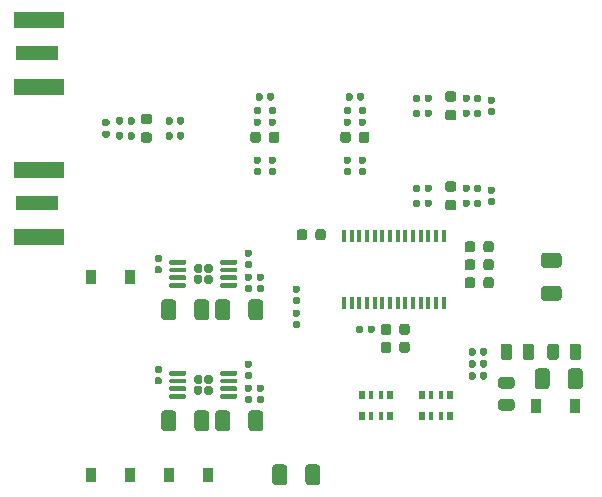
<source format=gbr>
G04 #@! TF.GenerationSoftware,KiCad,Pcbnew,(5.1.6)-1*
G04 #@! TF.CreationDate,2021-01-30T12:40:14+08:00*
G04 #@! TF.ProjectId,Module_ADS1263,4d6f6475-6c65-45f4-9144-53313236332e,rev?*
G04 #@! TF.SameCoordinates,Original*
G04 #@! TF.FileFunction,Paste,Top*
G04 #@! TF.FilePolarity,Positive*
%FSLAX46Y46*%
G04 Gerber Fmt 4.6, Leading zero omitted, Abs format (unit mm)*
G04 Created by KiCad (PCBNEW (5.1.6)-1) date 2021-01-30 12:40:14*
%MOMM*%
%LPD*%
G01*
G04 APERTURE LIST*
%ADD10R,0.900000X1.200000*%
%ADD11R,3.600000X1.270000*%
%ADD12R,4.200000X1.350000*%
%ADD13R,0.500000X0.800000*%
%ADD14R,0.400000X0.800000*%
%ADD15R,0.400000X1.100000*%
G04 APERTURE END LIST*
G36*
G01*
X146695000Y-111773000D02*
X147945000Y-111773000D01*
G75*
G02*
X148195000Y-112023000I0J-250000D01*
G01*
X148195000Y-112773000D01*
G75*
G02*
X147945000Y-113023000I-250000J0D01*
G01*
X146695000Y-113023000D01*
G75*
G02*
X146445000Y-112773000I0J250000D01*
G01*
X146445000Y-112023000D01*
G75*
G02*
X146695000Y-111773000I250000J0D01*
G01*
G37*
G36*
G01*
X146695000Y-108973000D02*
X147945000Y-108973000D01*
G75*
G02*
X148195000Y-109223000I0J-250000D01*
G01*
X148195000Y-109973000D01*
G75*
G02*
X147945000Y-110223000I-250000J0D01*
G01*
X146695000Y-110223000D01*
G75*
G02*
X146445000Y-109973000I0J250000D01*
G01*
X146445000Y-109223000D01*
G75*
G02*
X146695000Y-108973000I250000J0D01*
G01*
G37*
G36*
G01*
X126505000Y-128387000D02*
X126505000Y-127137000D01*
G75*
G02*
X126755000Y-126887000I250000J0D01*
G01*
X127505000Y-126887000D01*
G75*
G02*
X127755000Y-127137000I0J-250000D01*
G01*
X127755000Y-128387000D01*
G75*
G02*
X127505000Y-128637000I-250000J0D01*
G01*
X126755000Y-128637000D01*
G75*
G02*
X126505000Y-128387000I0J250000D01*
G01*
G37*
G36*
G01*
X123705000Y-128387000D02*
X123705000Y-127137000D01*
G75*
G02*
X123955000Y-126887000I250000J0D01*
G01*
X124705000Y-126887000D01*
G75*
G02*
X124955000Y-127137000I0J-250000D01*
G01*
X124955000Y-128387000D01*
G75*
G02*
X124705000Y-128637000I-250000J0D01*
G01*
X123955000Y-128637000D01*
G75*
G02*
X123705000Y-128387000I0J250000D01*
G01*
G37*
G36*
G01*
X141287000Y-117520500D02*
X141287000Y-117175500D01*
G75*
G02*
X141434500Y-117028000I147500J0D01*
G01*
X141729500Y-117028000D01*
G75*
G02*
X141877000Y-117175500I0J-147500D01*
G01*
X141877000Y-117520500D01*
G75*
G02*
X141729500Y-117668000I-147500J0D01*
G01*
X141434500Y-117668000D01*
G75*
G02*
X141287000Y-117520500I0J147500D01*
G01*
G37*
G36*
G01*
X140317000Y-117520500D02*
X140317000Y-117175500D01*
G75*
G02*
X140464500Y-117028000I147500J0D01*
G01*
X140759500Y-117028000D01*
G75*
G02*
X140907000Y-117175500I0J-147500D01*
G01*
X140907000Y-117520500D01*
G75*
G02*
X140759500Y-117668000I-147500J0D01*
G01*
X140464500Y-117668000D01*
G75*
G02*
X140317000Y-117520500I0J147500D01*
G01*
G37*
G36*
G01*
X141287000Y-118536500D02*
X141287000Y-118191500D01*
G75*
G02*
X141434500Y-118044000I147500J0D01*
G01*
X141729500Y-118044000D01*
G75*
G02*
X141877000Y-118191500I0J-147500D01*
G01*
X141877000Y-118536500D01*
G75*
G02*
X141729500Y-118684000I-147500J0D01*
G01*
X141434500Y-118684000D01*
G75*
G02*
X141287000Y-118536500I0J147500D01*
G01*
G37*
G36*
G01*
X140317000Y-118536500D02*
X140317000Y-118191500D01*
G75*
G02*
X140464500Y-118044000I147500J0D01*
G01*
X140759500Y-118044000D01*
G75*
G02*
X140907000Y-118191500I0J-147500D01*
G01*
X140907000Y-118536500D01*
G75*
G02*
X140759500Y-118684000I-147500J0D01*
G01*
X140464500Y-118684000D01*
G75*
G02*
X140317000Y-118536500I0J147500D01*
G01*
G37*
G36*
G01*
X141287000Y-119552500D02*
X141287000Y-119207500D01*
G75*
G02*
X141434500Y-119060000I147500J0D01*
G01*
X141729500Y-119060000D01*
G75*
G02*
X141877000Y-119207500I0J-147500D01*
G01*
X141877000Y-119552500D01*
G75*
G02*
X141729500Y-119700000I-147500J0D01*
G01*
X141434500Y-119700000D01*
G75*
G02*
X141287000Y-119552500I0J147500D01*
G01*
G37*
G36*
G01*
X140317000Y-119552500D02*
X140317000Y-119207500D01*
G75*
G02*
X140464500Y-119060000I147500J0D01*
G01*
X140759500Y-119060000D01*
G75*
G02*
X140907000Y-119207500I0J-147500D01*
G01*
X140907000Y-119552500D01*
G75*
G02*
X140759500Y-119700000I-147500J0D01*
G01*
X140464500Y-119700000D01*
G75*
G02*
X140317000Y-119552500I0J147500D01*
G01*
G37*
G36*
G01*
X141574000Y-110238250D02*
X141574000Y-109725750D01*
G75*
G02*
X141792750Y-109507000I218750J0D01*
G01*
X142230250Y-109507000D01*
G75*
G02*
X142449000Y-109725750I0J-218750D01*
G01*
X142449000Y-110238250D01*
G75*
G02*
X142230250Y-110457000I-218750J0D01*
G01*
X141792750Y-110457000D01*
G75*
G02*
X141574000Y-110238250I0J218750D01*
G01*
G37*
G36*
G01*
X139999000Y-110238250D02*
X139999000Y-109725750D01*
G75*
G02*
X140217750Y-109507000I218750J0D01*
G01*
X140655250Y-109507000D01*
G75*
G02*
X140874000Y-109725750I0J-218750D01*
G01*
X140874000Y-110238250D01*
G75*
G02*
X140655250Y-110457000I-218750J0D01*
G01*
X140217750Y-110457000D01*
G75*
G02*
X139999000Y-110238250I0J218750D01*
G01*
G37*
G36*
G01*
X134462000Y-115699250D02*
X134462000Y-115186750D01*
G75*
G02*
X134680750Y-114968000I218750J0D01*
G01*
X135118250Y-114968000D01*
G75*
G02*
X135337000Y-115186750I0J-218750D01*
G01*
X135337000Y-115699250D01*
G75*
G02*
X135118250Y-115918000I-218750J0D01*
G01*
X134680750Y-115918000D01*
G75*
G02*
X134462000Y-115699250I0J218750D01*
G01*
G37*
G36*
G01*
X132887000Y-115699250D02*
X132887000Y-115186750D01*
G75*
G02*
X133105750Y-114968000I218750J0D01*
G01*
X133543250Y-114968000D01*
G75*
G02*
X133762000Y-115186750I0J-218750D01*
G01*
X133762000Y-115699250D01*
G75*
G02*
X133543250Y-115918000I-218750J0D01*
G01*
X133105750Y-115918000D01*
G75*
G02*
X132887000Y-115699250I0J218750D01*
G01*
G37*
G36*
G01*
X143966250Y-120454000D02*
X143053750Y-120454000D01*
G75*
G02*
X142810000Y-120210250I0J243750D01*
G01*
X142810000Y-119722750D01*
G75*
G02*
X143053750Y-119479000I243750J0D01*
G01*
X143966250Y-119479000D01*
G75*
G02*
X144210000Y-119722750I0J-243750D01*
G01*
X144210000Y-120210250D01*
G75*
G02*
X143966250Y-120454000I-243750J0D01*
G01*
G37*
G36*
G01*
X143966250Y-122329000D02*
X143053750Y-122329000D01*
G75*
G02*
X142810000Y-122085250I0J243750D01*
G01*
X142810000Y-121597750D01*
G75*
G02*
X143053750Y-121354000I243750J0D01*
G01*
X143966250Y-121354000D01*
G75*
G02*
X144210000Y-121597750I0J-243750D01*
G01*
X144210000Y-122085250D01*
G75*
G02*
X143966250Y-122329000I-243750J0D01*
G01*
G37*
D10*
X149352000Y-121920000D03*
X146052000Y-121920000D03*
X118236000Y-127762000D03*
X114936000Y-127762000D03*
G36*
G01*
X148727000Y-120259000D02*
X148727000Y-119009000D01*
G75*
G02*
X148977000Y-118759000I250000J0D01*
G01*
X149727000Y-118759000D01*
G75*
G02*
X149977000Y-119009000I0J-250000D01*
G01*
X149977000Y-120259000D01*
G75*
G02*
X149727000Y-120509000I-250000J0D01*
G01*
X148977000Y-120509000D01*
G75*
G02*
X148727000Y-120259000I0J250000D01*
G01*
G37*
G36*
G01*
X145927000Y-120259000D02*
X145927000Y-119009000D01*
G75*
G02*
X146177000Y-118759000I250000J0D01*
G01*
X146927000Y-118759000D01*
G75*
G02*
X147177000Y-119009000I0J-250000D01*
G01*
X147177000Y-120259000D01*
G75*
G02*
X146927000Y-120509000I-250000J0D01*
G01*
X146177000Y-120509000D01*
G75*
G02*
X145927000Y-120259000I0J250000D01*
G01*
G37*
D11*
X103759000Y-104775000D03*
D12*
X103959000Y-107600000D03*
X103959000Y-101950000D03*
D11*
X103759000Y-92075000D03*
D12*
X103959000Y-94900000D03*
X103959000Y-89250000D03*
D10*
X111632000Y-127762000D03*
X108332000Y-127762000D03*
X108332000Y-110998000D03*
X111632000Y-110998000D03*
G36*
G01*
X144897500Y-117804250D02*
X144897500Y-116891750D01*
G75*
G02*
X145141250Y-116648000I243750J0D01*
G01*
X145628750Y-116648000D01*
G75*
G02*
X145872500Y-116891750I0J-243750D01*
G01*
X145872500Y-117804250D01*
G75*
G02*
X145628750Y-118048000I-243750J0D01*
G01*
X145141250Y-118048000D01*
G75*
G02*
X144897500Y-117804250I0J243750D01*
G01*
G37*
G36*
G01*
X143022500Y-117804250D02*
X143022500Y-116891750D01*
G75*
G02*
X143266250Y-116648000I243750J0D01*
G01*
X143753750Y-116648000D01*
G75*
G02*
X143997500Y-116891750I0J-243750D01*
G01*
X143997500Y-117804250D01*
G75*
G02*
X143753750Y-118048000I-243750J0D01*
G01*
X143266250Y-118048000D01*
G75*
G02*
X143022500Y-117804250I0J243750D01*
G01*
G37*
G36*
G01*
X147964500Y-116891750D02*
X147964500Y-117804250D01*
G75*
G02*
X147720750Y-118048000I-243750J0D01*
G01*
X147233250Y-118048000D01*
G75*
G02*
X146989500Y-117804250I0J243750D01*
G01*
X146989500Y-116891750D01*
G75*
G02*
X147233250Y-116648000I243750J0D01*
G01*
X147720750Y-116648000D01*
G75*
G02*
X147964500Y-116891750I0J-243750D01*
G01*
G37*
G36*
G01*
X149839500Y-116891750D02*
X149839500Y-117804250D01*
G75*
G02*
X149595750Y-118048000I-243750J0D01*
G01*
X149108250Y-118048000D01*
G75*
G02*
X148864500Y-117804250I0J243750D01*
G01*
X148864500Y-116891750D01*
G75*
G02*
X149108250Y-116648000I243750J0D01*
G01*
X149595750Y-116648000D01*
G75*
G02*
X149839500Y-116891750I0J-243750D01*
G01*
G37*
D13*
X138760000Y-121009000D03*
D14*
X137960000Y-121009000D03*
D13*
X136360000Y-121009000D03*
D14*
X137160000Y-121009000D03*
D13*
X138760000Y-122809000D03*
D14*
X137160000Y-122809000D03*
X137960000Y-122809000D03*
D13*
X136360000Y-122809000D03*
X133680000Y-121009000D03*
D14*
X132880000Y-121009000D03*
D13*
X131280000Y-121009000D03*
D14*
X132080000Y-121009000D03*
D13*
X133680000Y-122809000D03*
D14*
X132080000Y-122809000D03*
X132880000Y-122809000D03*
D13*
X131280000Y-122809000D03*
G36*
G01*
X116406000Y-111619000D02*
X116406000Y-111819000D01*
G75*
G02*
X116306000Y-111919000I-100000J0D01*
G01*
X115081000Y-111919000D01*
G75*
G02*
X114981000Y-111819000I0J100000D01*
G01*
X114981000Y-111619000D01*
G75*
G02*
X115081000Y-111519000I100000J0D01*
G01*
X116306000Y-111519000D01*
G75*
G02*
X116406000Y-111619000I0J-100000D01*
G01*
G37*
G36*
G01*
X116406000Y-110969000D02*
X116406000Y-111169000D01*
G75*
G02*
X116306000Y-111269000I-100000J0D01*
G01*
X115081000Y-111269000D01*
G75*
G02*
X114981000Y-111169000I0J100000D01*
G01*
X114981000Y-110969000D01*
G75*
G02*
X115081000Y-110869000I100000J0D01*
G01*
X116306000Y-110869000D01*
G75*
G02*
X116406000Y-110969000I0J-100000D01*
G01*
G37*
G36*
G01*
X116406000Y-110319000D02*
X116406000Y-110519000D01*
G75*
G02*
X116306000Y-110619000I-100000J0D01*
G01*
X115081000Y-110619000D01*
G75*
G02*
X114981000Y-110519000I0J100000D01*
G01*
X114981000Y-110319000D01*
G75*
G02*
X115081000Y-110219000I100000J0D01*
G01*
X116306000Y-110219000D01*
G75*
G02*
X116406000Y-110319000I0J-100000D01*
G01*
G37*
G36*
G01*
X116406000Y-109669000D02*
X116406000Y-109869000D01*
G75*
G02*
X116306000Y-109969000I-100000J0D01*
G01*
X115081000Y-109969000D01*
G75*
G02*
X114981000Y-109869000I0J100000D01*
G01*
X114981000Y-109669000D01*
G75*
G02*
X115081000Y-109569000I100000J0D01*
G01*
X116306000Y-109569000D01*
G75*
G02*
X116406000Y-109669000I0J-100000D01*
G01*
G37*
G36*
G01*
X120731000Y-109669000D02*
X120731000Y-109869000D01*
G75*
G02*
X120631000Y-109969000I-100000J0D01*
G01*
X119406000Y-109969000D01*
G75*
G02*
X119306000Y-109869000I0J100000D01*
G01*
X119306000Y-109669000D01*
G75*
G02*
X119406000Y-109569000I100000J0D01*
G01*
X120631000Y-109569000D01*
G75*
G02*
X120731000Y-109669000I0J-100000D01*
G01*
G37*
G36*
G01*
X120731000Y-110319000D02*
X120731000Y-110519000D01*
G75*
G02*
X120631000Y-110619000I-100000J0D01*
G01*
X119406000Y-110619000D01*
G75*
G02*
X119306000Y-110519000I0J100000D01*
G01*
X119306000Y-110319000D01*
G75*
G02*
X119406000Y-110219000I100000J0D01*
G01*
X120631000Y-110219000D01*
G75*
G02*
X120731000Y-110319000I0J-100000D01*
G01*
G37*
G36*
G01*
X120731000Y-110969000D02*
X120731000Y-111169000D01*
G75*
G02*
X120631000Y-111269000I-100000J0D01*
G01*
X119406000Y-111269000D01*
G75*
G02*
X119306000Y-111169000I0J100000D01*
G01*
X119306000Y-110969000D01*
G75*
G02*
X119406000Y-110869000I100000J0D01*
G01*
X120631000Y-110869000D01*
G75*
G02*
X120731000Y-110969000I0J-100000D01*
G01*
G37*
G36*
G01*
X120731000Y-111619000D02*
X120731000Y-111819000D01*
G75*
G02*
X120631000Y-111919000I-100000J0D01*
G01*
X119406000Y-111919000D01*
G75*
G02*
X119306000Y-111819000I0J100000D01*
G01*
X119306000Y-111619000D01*
G75*
G02*
X119406000Y-111519000I100000J0D01*
G01*
X120631000Y-111519000D01*
G75*
G02*
X120731000Y-111619000I0J-100000D01*
G01*
G37*
G36*
G01*
X117776000Y-110084000D02*
X117776000Y-110484000D01*
G75*
G02*
X117601000Y-110659000I-175000J0D01*
G01*
X117251000Y-110659000D01*
G75*
G02*
X117076000Y-110484000I0J175000D01*
G01*
X117076000Y-110084000D01*
G75*
G02*
X117251000Y-109909000I175000J0D01*
G01*
X117601000Y-109909000D01*
G75*
G02*
X117776000Y-110084000I0J-175000D01*
G01*
G37*
G36*
G01*
X117776000Y-111004000D02*
X117776000Y-111404000D01*
G75*
G02*
X117601000Y-111579000I-175000J0D01*
G01*
X117251000Y-111579000D01*
G75*
G02*
X117076000Y-111404000I0J175000D01*
G01*
X117076000Y-111004000D01*
G75*
G02*
X117251000Y-110829000I175000J0D01*
G01*
X117601000Y-110829000D01*
G75*
G02*
X117776000Y-111004000I0J-175000D01*
G01*
G37*
G36*
G01*
X118636000Y-110084000D02*
X118636000Y-110484000D01*
G75*
G02*
X118461000Y-110659000I-175000J0D01*
G01*
X118111000Y-110659000D01*
G75*
G02*
X117936000Y-110484000I0J175000D01*
G01*
X117936000Y-110084000D01*
G75*
G02*
X118111000Y-109909000I175000J0D01*
G01*
X118461000Y-109909000D01*
G75*
G02*
X118636000Y-110084000I0J-175000D01*
G01*
G37*
G36*
G01*
X118636000Y-111004000D02*
X118636000Y-111404000D01*
G75*
G02*
X118461000Y-111579000I-175000J0D01*
G01*
X118111000Y-111579000D01*
G75*
G02*
X117936000Y-111404000I0J175000D01*
G01*
X117936000Y-111004000D01*
G75*
G02*
X118111000Y-110829000I175000J0D01*
G01*
X118461000Y-110829000D01*
G75*
G02*
X118636000Y-111004000I0J-175000D01*
G01*
G37*
G36*
G01*
X116406000Y-121017000D02*
X116406000Y-121217000D01*
G75*
G02*
X116306000Y-121317000I-100000J0D01*
G01*
X115081000Y-121317000D01*
G75*
G02*
X114981000Y-121217000I0J100000D01*
G01*
X114981000Y-121017000D01*
G75*
G02*
X115081000Y-120917000I100000J0D01*
G01*
X116306000Y-120917000D01*
G75*
G02*
X116406000Y-121017000I0J-100000D01*
G01*
G37*
G36*
G01*
X116406000Y-120367000D02*
X116406000Y-120567000D01*
G75*
G02*
X116306000Y-120667000I-100000J0D01*
G01*
X115081000Y-120667000D01*
G75*
G02*
X114981000Y-120567000I0J100000D01*
G01*
X114981000Y-120367000D01*
G75*
G02*
X115081000Y-120267000I100000J0D01*
G01*
X116306000Y-120267000D01*
G75*
G02*
X116406000Y-120367000I0J-100000D01*
G01*
G37*
G36*
G01*
X116406000Y-119717000D02*
X116406000Y-119917000D01*
G75*
G02*
X116306000Y-120017000I-100000J0D01*
G01*
X115081000Y-120017000D01*
G75*
G02*
X114981000Y-119917000I0J100000D01*
G01*
X114981000Y-119717000D01*
G75*
G02*
X115081000Y-119617000I100000J0D01*
G01*
X116306000Y-119617000D01*
G75*
G02*
X116406000Y-119717000I0J-100000D01*
G01*
G37*
G36*
G01*
X116406000Y-119067000D02*
X116406000Y-119267000D01*
G75*
G02*
X116306000Y-119367000I-100000J0D01*
G01*
X115081000Y-119367000D01*
G75*
G02*
X114981000Y-119267000I0J100000D01*
G01*
X114981000Y-119067000D01*
G75*
G02*
X115081000Y-118967000I100000J0D01*
G01*
X116306000Y-118967000D01*
G75*
G02*
X116406000Y-119067000I0J-100000D01*
G01*
G37*
G36*
G01*
X120731000Y-119067000D02*
X120731000Y-119267000D01*
G75*
G02*
X120631000Y-119367000I-100000J0D01*
G01*
X119406000Y-119367000D01*
G75*
G02*
X119306000Y-119267000I0J100000D01*
G01*
X119306000Y-119067000D01*
G75*
G02*
X119406000Y-118967000I100000J0D01*
G01*
X120631000Y-118967000D01*
G75*
G02*
X120731000Y-119067000I0J-100000D01*
G01*
G37*
G36*
G01*
X120731000Y-119717000D02*
X120731000Y-119917000D01*
G75*
G02*
X120631000Y-120017000I-100000J0D01*
G01*
X119406000Y-120017000D01*
G75*
G02*
X119306000Y-119917000I0J100000D01*
G01*
X119306000Y-119717000D01*
G75*
G02*
X119406000Y-119617000I100000J0D01*
G01*
X120631000Y-119617000D01*
G75*
G02*
X120731000Y-119717000I0J-100000D01*
G01*
G37*
G36*
G01*
X120731000Y-120367000D02*
X120731000Y-120567000D01*
G75*
G02*
X120631000Y-120667000I-100000J0D01*
G01*
X119406000Y-120667000D01*
G75*
G02*
X119306000Y-120567000I0J100000D01*
G01*
X119306000Y-120367000D01*
G75*
G02*
X119406000Y-120267000I100000J0D01*
G01*
X120631000Y-120267000D01*
G75*
G02*
X120731000Y-120367000I0J-100000D01*
G01*
G37*
G36*
G01*
X120731000Y-121017000D02*
X120731000Y-121217000D01*
G75*
G02*
X120631000Y-121317000I-100000J0D01*
G01*
X119406000Y-121317000D01*
G75*
G02*
X119306000Y-121217000I0J100000D01*
G01*
X119306000Y-121017000D01*
G75*
G02*
X119406000Y-120917000I100000J0D01*
G01*
X120631000Y-120917000D01*
G75*
G02*
X120731000Y-121017000I0J-100000D01*
G01*
G37*
G36*
G01*
X117776000Y-119482000D02*
X117776000Y-119882000D01*
G75*
G02*
X117601000Y-120057000I-175000J0D01*
G01*
X117251000Y-120057000D01*
G75*
G02*
X117076000Y-119882000I0J175000D01*
G01*
X117076000Y-119482000D01*
G75*
G02*
X117251000Y-119307000I175000J0D01*
G01*
X117601000Y-119307000D01*
G75*
G02*
X117776000Y-119482000I0J-175000D01*
G01*
G37*
G36*
G01*
X117776000Y-120402000D02*
X117776000Y-120802000D01*
G75*
G02*
X117601000Y-120977000I-175000J0D01*
G01*
X117251000Y-120977000D01*
G75*
G02*
X117076000Y-120802000I0J175000D01*
G01*
X117076000Y-120402000D01*
G75*
G02*
X117251000Y-120227000I175000J0D01*
G01*
X117601000Y-120227000D01*
G75*
G02*
X117776000Y-120402000I0J-175000D01*
G01*
G37*
G36*
G01*
X118636000Y-119482000D02*
X118636000Y-119882000D01*
G75*
G02*
X118461000Y-120057000I-175000J0D01*
G01*
X118111000Y-120057000D01*
G75*
G02*
X117936000Y-119882000I0J175000D01*
G01*
X117936000Y-119482000D01*
G75*
G02*
X118111000Y-119307000I175000J0D01*
G01*
X118461000Y-119307000D01*
G75*
G02*
X118636000Y-119482000I0J-175000D01*
G01*
G37*
G36*
G01*
X118636000Y-120402000D02*
X118636000Y-120802000D01*
G75*
G02*
X118461000Y-120977000I-175000J0D01*
G01*
X118111000Y-120977000D01*
G75*
G02*
X117936000Y-120802000I0J175000D01*
G01*
X117936000Y-120402000D01*
G75*
G02*
X118111000Y-120227000I175000J0D01*
G01*
X118461000Y-120227000D01*
G75*
G02*
X118636000Y-120402000I0J-175000D01*
G01*
G37*
D15*
X129760000Y-107513000D03*
X130410000Y-107513000D03*
X131060000Y-107513000D03*
X131710000Y-107513000D03*
X132360000Y-107513000D03*
X133010000Y-107513000D03*
X133660000Y-107513000D03*
X134310000Y-107513000D03*
X134960000Y-107513000D03*
X135610000Y-107513000D03*
X136260000Y-107513000D03*
X136910000Y-107513000D03*
X137560000Y-107513000D03*
X138210000Y-107513000D03*
X138210000Y-113213000D03*
X137560000Y-113213000D03*
X136910000Y-113213000D03*
X136260000Y-113213000D03*
X135610000Y-113213000D03*
X134960000Y-113213000D03*
X134310000Y-113213000D03*
X133660000Y-113213000D03*
X133010000Y-113213000D03*
X132360000Y-113213000D03*
X131710000Y-113213000D03*
X131060000Y-113213000D03*
X130410000Y-113213000D03*
X129760000Y-113213000D03*
G36*
G01*
X121493500Y-109664000D02*
X121838500Y-109664000D01*
G75*
G02*
X121986000Y-109811500I0J-147500D01*
G01*
X121986000Y-110106500D01*
G75*
G02*
X121838500Y-110254000I-147500J0D01*
G01*
X121493500Y-110254000D01*
G75*
G02*
X121346000Y-110106500I0J147500D01*
G01*
X121346000Y-109811500D01*
G75*
G02*
X121493500Y-109664000I147500J0D01*
G01*
G37*
G36*
G01*
X121493500Y-108694000D02*
X121838500Y-108694000D01*
G75*
G02*
X121986000Y-108841500I0J-147500D01*
G01*
X121986000Y-109136500D01*
G75*
G02*
X121838500Y-109284000I-147500J0D01*
G01*
X121493500Y-109284000D01*
G75*
G02*
X121346000Y-109136500I0J147500D01*
G01*
X121346000Y-108841500D01*
G75*
G02*
X121493500Y-108694000I147500J0D01*
G01*
G37*
G36*
G01*
X121493500Y-111696000D02*
X121838500Y-111696000D01*
G75*
G02*
X121986000Y-111843500I0J-147500D01*
G01*
X121986000Y-112138500D01*
G75*
G02*
X121838500Y-112286000I-147500J0D01*
G01*
X121493500Y-112286000D01*
G75*
G02*
X121346000Y-112138500I0J147500D01*
G01*
X121346000Y-111843500D01*
G75*
G02*
X121493500Y-111696000I147500J0D01*
G01*
G37*
G36*
G01*
X121493500Y-110726000D02*
X121838500Y-110726000D01*
G75*
G02*
X121986000Y-110873500I0J-147500D01*
G01*
X121986000Y-111168500D01*
G75*
G02*
X121838500Y-111316000I-147500J0D01*
G01*
X121493500Y-111316000D01*
G75*
G02*
X121346000Y-111168500I0J147500D01*
G01*
X121346000Y-110873500D01*
G75*
G02*
X121493500Y-110726000I147500J0D01*
G01*
G37*
G36*
G01*
X121493500Y-119062000D02*
X121838500Y-119062000D01*
G75*
G02*
X121986000Y-119209500I0J-147500D01*
G01*
X121986000Y-119504500D01*
G75*
G02*
X121838500Y-119652000I-147500J0D01*
G01*
X121493500Y-119652000D01*
G75*
G02*
X121346000Y-119504500I0J147500D01*
G01*
X121346000Y-119209500D01*
G75*
G02*
X121493500Y-119062000I147500J0D01*
G01*
G37*
G36*
G01*
X121493500Y-118092000D02*
X121838500Y-118092000D01*
G75*
G02*
X121986000Y-118239500I0J-147500D01*
G01*
X121986000Y-118534500D01*
G75*
G02*
X121838500Y-118682000I-147500J0D01*
G01*
X121493500Y-118682000D01*
G75*
G02*
X121346000Y-118534500I0J147500D01*
G01*
X121346000Y-118239500D01*
G75*
G02*
X121493500Y-118092000I147500J0D01*
G01*
G37*
G36*
G01*
X121493500Y-121094000D02*
X121838500Y-121094000D01*
G75*
G02*
X121986000Y-121241500I0J-147500D01*
G01*
X121986000Y-121536500D01*
G75*
G02*
X121838500Y-121684000I-147500J0D01*
G01*
X121493500Y-121684000D01*
G75*
G02*
X121346000Y-121536500I0J147500D01*
G01*
X121346000Y-121241500D01*
G75*
G02*
X121493500Y-121094000I147500J0D01*
G01*
G37*
G36*
G01*
X121493500Y-120124000D02*
X121838500Y-120124000D01*
G75*
G02*
X121986000Y-120271500I0J-147500D01*
G01*
X121986000Y-120566500D01*
G75*
G02*
X121838500Y-120714000I-147500J0D01*
G01*
X121493500Y-120714000D01*
G75*
G02*
X121346000Y-120566500I0J147500D01*
G01*
X121346000Y-120271500D01*
G75*
G02*
X121493500Y-120124000I147500J0D01*
G01*
G37*
G36*
G01*
X111062000Y-98887500D02*
X111062000Y-99232500D01*
G75*
G02*
X110914500Y-99380000I-147500J0D01*
G01*
X110619500Y-99380000D01*
G75*
G02*
X110472000Y-99232500I0J147500D01*
G01*
X110472000Y-98887500D01*
G75*
G02*
X110619500Y-98740000I147500J0D01*
G01*
X110914500Y-98740000D01*
G75*
G02*
X111062000Y-98887500I0J-147500D01*
G01*
G37*
G36*
G01*
X112032000Y-98887500D02*
X112032000Y-99232500D01*
G75*
G02*
X111884500Y-99380000I-147500J0D01*
G01*
X111589500Y-99380000D01*
G75*
G02*
X111442000Y-99232500I0J147500D01*
G01*
X111442000Y-98887500D01*
G75*
G02*
X111589500Y-98740000I147500J0D01*
G01*
X111884500Y-98740000D01*
G75*
G02*
X112032000Y-98887500I0J-147500D01*
G01*
G37*
G36*
G01*
X111062000Y-97617500D02*
X111062000Y-97962500D01*
G75*
G02*
X110914500Y-98110000I-147500J0D01*
G01*
X110619500Y-98110000D01*
G75*
G02*
X110472000Y-97962500I0J147500D01*
G01*
X110472000Y-97617500D01*
G75*
G02*
X110619500Y-97470000I147500J0D01*
G01*
X110914500Y-97470000D01*
G75*
G02*
X111062000Y-97617500I0J-147500D01*
G01*
G37*
G36*
G01*
X112032000Y-97617500D02*
X112032000Y-97962500D01*
G75*
G02*
X111884500Y-98110000I-147500J0D01*
G01*
X111589500Y-98110000D01*
G75*
G02*
X111442000Y-97962500I0J147500D01*
G01*
X111442000Y-97617500D01*
G75*
G02*
X111589500Y-97470000I147500J0D01*
G01*
X111884500Y-97470000D01*
G75*
G02*
X112032000Y-97617500I0J-147500D01*
G01*
G37*
G36*
G01*
X122600500Y-97219000D02*
X122255500Y-97219000D01*
G75*
G02*
X122108000Y-97071500I0J147500D01*
G01*
X122108000Y-96776500D01*
G75*
G02*
X122255500Y-96629000I147500J0D01*
G01*
X122600500Y-96629000D01*
G75*
G02*
X122748000Y-96776500I0J-147500D01*
G01*
X122748000Y-97071500D01*
G75*
G02*
X122600500Y-97219000I-147500J0D01*
G01*
G37*
G36*
G01*
X122600500Y-98189000D02*
X122255500Y-98189000D01*
G75*
G02*
X122108000Y-98041500I0J147500D01*
G01*
X122108000Y-97746500D01*
G75*
G02*
X122255500Y-97599000I147500J0D01*
G01*
X122600500Y-97599000D01*
G75*
G02*
X122748000Y-97746500I0J-147500D01*
G01*
X122748000Y-98041500D01*
G75*
G02*
X122600500Y-98189000I-147500J0D01*
G01*
G37*
G36*
G01*
X123870500Y-97219000D02*
X123525500Y-97219000D01*
G75*
G02*
X123378000Y-97071500I0J147500D01*
G01*
X123378000Y-96776500D01*
G75*
G02*
X123525500Y-96629000I147500J0D01*
G01*
X123870500Y-96629000D01*
G75*
G02*
X124018000Y-96776500I0J-147500D01*
G01*
X124018000Y-97071500D01*
G75*
G02*
X123870500Y-97219000I-147500J0D01*
G01*
G37*
G36*
G01*
X123870500Y-98189000D02*
X123525500Y-98189000D01*
G75*
G02*
X123378000Y-98041500I0J147500D01*
G01*
X123378000Y-97746500D01*
G75*
G02*
X123525500Y-97599000I147500J0D01*
G01*
X123870500Y-97599000D01*
G75*
G02*
X124018000Y-97746500I0J-147500D01*
G01*
X124018000Y-98041500D01*
G75*
G02*
X123870500Y-98189000I-147500J0D01*
G01*
G37*
G36*
G01*
X130220500Y-97219000D02*
X129875500Y-97219000D01*
G75*
G02*
X129728000Y-97071500I0J147500D01*
G01*
X129728000Y-96776500D01*
G75*
G02*
X129875500Y-96629000I147500J0D01*
G01*
X130220500Y-96629000D01*
G75*
G02*
X130368000Y-96776500I0J-147500D01*
G01*
X130368000Y-97071500D01*
G75*
G02*
X130220500Y-97219000I-147500J0D01*
G01*
G37*
G36*
G01*
X130220500Y-98189000D02*
X129875500Y-98189000D01*
G75*
G02*
X129728000Y-98041500I0J147500D01*
G01*
X129728000Y-97746500D01*
G75*
G02*
X129875500Y-97599000I147500J0D01*
G01*
X130220500Y-97599000D01*
G75*
G02*
X130368000Y-97746500I0J-147500D01*
G01*
X130368000Y-98041500D01*
G75*
G02*
X130220500Y-98189000I-147500J0D01*
G01*
G37*
G36*
G01*
X131490500Y-97219000D02*
X131145500Y-97219000D01*
G75*
G02*
X130998000Y-97071500I0J147500D01*
G01*
X130998000Y-96776500D01*
G75*
G02*
X131145500Y-96629000I147500J0D01*
G01*
X131490500Y-96629000D01*
G75*
G02*
X131638000Y-96776500I0J-147500D01*
G01*
X131638000Y-97071500D01*
G75*
G02*
X131490500Y-97219000I-147500J0D01*
G01*
G37*
G36*
G01*
X131490500Y-98189000D02*
X131145500Y-98189000D01*
G75*
G02*
X130998000Y-98041500I0J147500D01*
G01*
X130998000Y-97746500D01*
G75*
G02*
X131145500Y-97599000I147500J0D01*
G01*
X131490500Y-97599000D01*
G75*
G02*
X131638000Y-97746500I0J-147500D01*
G01*
X131638000Y-98041500D01*
G75*
G02*
X131490500Y-98189000I-147500J0D01*
G01*
G37*
G36*
G01*
X140779000Y-96057500D02*
X140779000Y-95712500D01*
G75*
G02*
X140926500Y-95565000I147500J0D01*
G01*
X141221500Y-95565000D01*
G75*
G02*
X141369000Y-95712500I0J-147500D01*
G01*
X141369000Y-96057500D01*
G75*
G02*
X141221500Y-96205000I-147500J0D01*
G01*
X140926500Y-96205000D01*
G75*
G02*
X140779000Y-96057500I0J147500D01*
G01*
G37*
G36*
G01*
X139809000Y-96057500D02*
X139809000Y-95712500D01*
G75*
G02*
X139956500Y-95565000I147500J0D01*
G01*
X140251500Y-95565000D01*
G75*
G02*
X140399000Y-95712500I0J-147500D01*
G01*
X140399000Y-96057500D01*
G75*
G02*
X140251500Y-96205000I-147500J0D01*
G01*
X139956500Y-96205000D01*
G75*
G02*
X139809000Y-96057500I0J147500D01*
G01*
G37*
G36*
G01*
X140779000Y-97327500D02*
X140779000Y-96982500D01*
G75*
G02*
X140926500Y-96835000I147500J0D01*
G01*
X141221500Y-96835000D01*
G75*
G02*
X141369000Y-96982500I0J-147500D01*
G01*
X141369000Y-97327500D01*
G75*
G02*
X141221500Y-97475000I-147500J0D01*
G01*
X140926500Y-97475000D01*
G75*
G02*
X140779000Y-97327500I0J147500D01*
G01*
G37*
G36*
G01*
X139809000Y-97327500D02*
X139809000Y-96982500D01*
G75*
G02*
X139956500Y-96835000I147500J0D01*
G01*
X140251500Y-96835000D01*
G75*
G02*
X140399000Y-96982500I0J-147500D01*
G01*
X140399000Y-97327500D01*
G75*
G02*
X140251500Y-97475000I-147500J0D01*
G01*
X139956500Y-97475000D01*
G75*
G02*
X139809000Y-97327500I0J147500D01*
G01*
G37*
G36*
G01*
X109773500Y-98235000D02*
X109428500Y-98235000D01*
G75*
G02*
X109281000Y-98087500I0J147500D01*
G01*
X109281000Y-97792500D01*
G75*
G02*
X109428500Y-97645000I147500J0D01*
G01*
X109773500Y-97645000D01*
G75*
G02*
X109921000Y-97792500I0J-147500D01*
G01*
X109921000Y-98087500D01*
G75*
G02*
X109773500Y-98235000I-147500J0D01*
G01*
G37*
G36*
G01*
X109773500Y-99205000D02*
X109428500Y-99205000D01*
G75*
G02*
X109281000Y-99057500I0J147500D01*
G01*
X109281000Y-98762500D01*
G75*
G02*
X109428500Y-98615000I147500J0D01*
G01*
X109773500Y-98615000D01*
G75*
G02*
X109921000Y-98762500I0J-147500D01*
G01*
X109921000Y-99057500D01*
G75*
G02*
X109773500Y-99205000I-147500J0D01*
G01*
G37*
G36*
G01*
X123253000Y-95930500D02*
X123253000Y-95585500D01*
G75*
G02*
X123400500Y-95438000I147500J0D01*
G01*
X123695500Y-95438000D01*
G75*
G02*
X123843000Y-95585500I0J-147500D01*
G01*
X123843000Y-95930500D01*
G75*
G02*
X123695500Y-96078000I-147500J0D01*
G01*
X123400500Y-96078000D01*
G75*
G02*
X123253000Y-95930500I0J147500D01*
G01*
G37*
G36*
G01*
X122283000Y-95930500D02*
X122283000Y-95585500D01*
G75*
G02*
X122430500Y-95438000I147500J0D01*
G01*
X122725500Y-95438000D01*
G75*
G02*
X122873000Y-95585500I0J-147500D01*
G01*
X122873000Y-95930500D01*
G75*
G02*
X122725500Y-96078000I-147500J0D01*
G01*
X122430500Y-96078000D01*
G75*
G02*
X122283000Y-95930500I0J147500D01*
G01*
G37*
G36*
G01*
X130873000Y-95930500D02*
X130873000Y-95585500D01*
G75*
G02*
X131020500Y-95438000I147500J0D01*
G01*
X131315500Y-95438000D01*
G75*
G02*
X131463000Y-95585500I0J-147500D01*
G01*
X131463000Y-95930500D01*
G75*
G02*
X131315500Y-96078000I-147500J0D01*
G01*
X131020500Y-96078000D01*
G75*
G02*
X130873000Y-95930500I0J147500D01*
G01*
G37*
G36*
G01*
X129903000Y-95930500D02*
X129903000Y-95585500D01*
G75*
G02*
X130050500Y-95438000I147500J0D01*
G01*
X130345500Y-95438000D01*
G75*
G02*
X130493000Y-95585500I0J-147500D01*
G01*
X130493000Y-95930500D01*
G75*
G02*
X130345500Y-96078000I-147500J0D01*
G01*
X130050500Y-96078000D01*
G75*
G02*
X129903000Y-95930500I0J147500D01*
G01*
G37*
G36*
G01*
X142067500Y-96710000D02*
X142412500Y-96710000D01*
G75*
G02*
X142560000Y-96857500I0J-147500D01*
G01*
X142560000Y-97152500D01*
G75*
G02*
X142412500Y-97300000I-147500J0D01*
G01*
X142067500Y-97300000D01*
G75*
G02*
X141920000Y-97152500I0J147500D01*
G01*
X141920000Y-96857500D01*
G75*
G02*
X142067500Y-96710000I147500J0D01*
G01*
G37*
G36*
G01*
X142067500Y-95740000D02*
X142412500Y-95740000D01*
G75*
G02*
X142560000Y-95887500I0J-147500D01*
G01*
X142560000Y-96182500D01*
G75*
G02*
X142412500Y-96330000I-147500J0D01*
G01*
X142067500Y-96330000D01*
G75*
G02*
X141920000Y-96182500I0J147500D01*
G01*
X141920000Y-95887500D01*
G75*
G02*
X142067500Y-95740000I147500J0D01*
G01*
G37*
G36*
G01*
X140779000Y-103677500D02*
X140779000Y-103332500D01*
G75*
G02*
X140926500Y-103185000I147500J0D01*
G01*
X141221500Y-103185000D01*
G75*
G02*
X141369000Y-103332500I0J-147500D01*
G01*
X141369000Y-103677500D01*
G75*
G02*
X141221500Y-103825000I-147500J0D01*
G01*
X140926500Y-103825000D01*
G75*
G02*
X140779000Y-103677500I0J147500D01*
G01*
G37*
G36*
G01*
X139809000Y-103677500D02*
X139809000Y-103332500D01*
G75*
G02*
X139956500Y-103185000I147500J0D01*
G01*
X140251500Y-103185000D01*
G75*
G02*
X140399000Y-103332500I0J-147500D01*
G01*
X140399000Y-103677500D01*
G75*
G02*
X140251500Y-103825000I-147500J0D01*
G01*
X139956500Y-103825000D01*
G75*
G02*
X139809000Y-103677500I0J147500D01*
G01*
G37*
G36*
G01*
X142067500Y-104330000D02*
X142412500Y-104330000D01*
G75*
G02*
X142560000Y-104477500I0J-147500D01*
G01*
X142560000Y-104772500D01*
G75*
G02*
X142412500Y-104920000I-147500J0D01*
G01*
X142067500Y-104920000D01*
G75*
G02*
X141920000Y-104772500I0J147500D01*
G01*
X141920000Y-104477500D01*
G75*
G02*
X142067500Y-104330000I147500J0D01*
G01*
G37*
G36*
G01*
X142067500Y-103360000D02*
X142412500Y-103360000D01*
G75*
G02*
X142560000Y-103507500I0J-147500D01*
G01*
X142560000Y-103802500D01*
G75*
G02*
X142412500Y-103950000I-147500J0D01*
G01*
X142067500Y-103950000D01*
G75*
G02*
X141920000Y-103802500I0J147500D01*
G01*
X141920000Y-103507500D01*
G75*
G02*
X142067500Y-103360000I147500J0D01*
G01*
G37*
G36*
G01*
X140779000Y-104947500D02*
X140779000Y-104602500D01*
G75*
G02*
X140926500Y-104455000I147500J0D01*
G01*
X141221500Y-104455000D01*
G75*
G02*
X141369000Y-104602500I0J-147500D01*
G01*
X141369000Y-104947500D01*
G75*
G02*
X141221500Y-105095000I-147500J0D01*
G01*
X140926500Y-105095000D01*
G75*
G02*
X140779000Y-104947500I0J147500D01*
G01*
G37*
G36*
G01*
X139809000Y-104947500D02*
X139809000Y-104602500D01*
G75*
G02*
X139956500Y-104455000I147500J0D01*
G01*
X140251500Y-104455000D01*
G75*
G02*
X140399000Y-104602500I0J-147500D01*
G01*
X140399000Y-104947500D01*
G75*
G02*
X140251500Y-105095000I-147500J0D01*
G01*
X139956500Y-105095000D01*
G75*
G02*
X139809000Y-104947500I0J147500D01*
G01*
G37*
G36*
G01*
X120129000Y-113167000D02*
X120129000Y-114417000D01*
G75*
G02*
X119879000Y-114667000I-250000J0D01*
G01*
X119129000Y-114667000D01*
G75*
G02*
X118879000Y-114417000I0J250000D01*
G01*
X118879000Y-113167000D01*
G75*
G02*
X119129000Y-112917000I250000J0D01*
G01*
X119879000Y-112917000D01*
G75*
G02*
X120129000Y-113167000I0J-250000D01*
G01*
G37*
G36*
G01*
X122929000Y-113167000D02*
X122929000Y-114417000D01*
G75*
G02*
X122679000Y-114667000I-250000J0D01*
G01*
X121929000Y-114667000D01*
G75*
G02*
X121679000Y-114417000I0J250000D01*
G01*
X121679000Y-113167000D01*
G75*
G02*
X121929000Y-112917000I250000J0D01*
G01*
X122679000Y-112917000D01*
G75*
G02*
X122929000Y-113167000I0J-250000D01*
G01*
G37*
G36*
G01*
X120129000Y-122565000D02*
X120129000Y-123815000D01*
G75*
G02*
X119879000Y-124065000I-250000J0D01*
G01*
X119129000Y-124065000D01*
G75*
G02*
X118879000Y-123815000I0J250000D01*
G01*
X118879000Y-122565000D01*
G75*
G02*
X119129000Y-122315000I250000J0D01*
G01*
X119879000Y-122315000D01*
G75*
G02*
X120129000Y-122565000I0J-250000D01*
G01*
G37*
G36*
G01*
X122929000Y-122565000D02*
X122929000Y-123815000D01*
G75*
G02*
X122679000Y-124065000I-250000J0D01*
G01*
X121929000Y-124065000D01*
G75*
G02*
X121679000Y-123815000I0J250000D01*
G01*
X121679000Y-122565000D01*
G75*
G02*
X121929000Y-122315000I250000J0D01*
G01*
X122679000Y-122315000D01*
G75*
G02*
X122929000Y-122565000I0J-250000D01*
G01*
G37*
G36*
G01*
X122854500Y-111316000D02*
X122509500Y-111316000D01*
G75*
G02*
X122362000Y-111168500I0J147500D01*
G01*
X122362000Y-110873500D01*
G75*
G02*
X122509500Y-110726000I147500J0D01*
G01*
X122854500Y-110726000D01*
G75*
G02*
X123002000Y-110873500I0J-147500D01*
G01*
X123002000Y-111168500D01*
G75*
G02*
X122854500Y-111316000I-147500J0D01*
G01*
G37*
G36*
G01*
X122854500Y-112286000D02*
X122509500Y-112286000D01*
G75*
G02*
X122362000Y-112138500I0J147500D01*
G01*
X122362000Y-111843500D01*
G75*
G02*
X122509500Y-111696000I147500J0D01*
G01*
X122854500Y-111696000D01*
G75*
G02*
X123002000Y-111843500I0J-147500D01*
G01*
X123002000Y-112138500D01*
G75*
G02*
X122854500Y-112286000I-147500J0D01*
G01*
G37*
G36*
G01*
X122854500Y-120714000D02*
X122509500Y-120714000D01*
G75*
G02*
X122362000Y-120566500I0J147500D01*
G01*
X122362000Y-120271500D01*
G75*
G02*
X122509500Y-120124000I147500J0D01*
G01*
X122854500Y-120124000D01*
G75*
G02*
X123002000Y-120271500I0J-147500D01*
G01*
X123002000Y-120566500D01*
G75*
G02*
X122854500Y-120714000I-147500J0D01*
G01*
G37*
G36*
G01*
X122854500Y-121684000D02*
X122509500Y-121684000D01*
G75*
G02*
X122362000Y-121536500I0J147500D01*
G01*
X122362000Y-121241500D01*
G75*
G02*
X122509500Y-121094000I147500J0D01*
G01*
X122854500Y-121094000D01*
G75*
G02*
X123002000Y-121241500I0J-147500D01*
G01*
X123002000Y-121536500D01*
G75*
G02*
X122854500Y-121684000I-147500J0D01*
G01*
G37*
G36*
G01*
X141574000Y-111762250D02*
X141574000Y-111249750D01*
G75*
G02*
X141792750Y-111031000I218750J0D01*
G01*
X142230250Y-111031000D01*
G75*
G02*
X142449000Y-111249750I0J-218750D01*
G01*
X142449000Y-111762250D01*
G75*
G02*
X142230250Y-111981000I-218750J0D01*
G01*
X141792750Y-111981000D01*
G75*
G02*
X141574000Y-111762250I0J218750D01*
G01*
G37*
G36*
G01*
X139999000Y-111762250D02*
X139999000Y-111249750D01*
G75*
G02*
X140217750Y-111031000I218750J0D01*
G01*
X140655250Y-111031000D01*
G75*
G02*
X140874000Y-111249750I0J-218750D01*
G01*
X140874000Y-111762250D01*
G75*
G02*
X140655250Y-111981000I-218750J0D01*
G01*
X140217750Y-111981000D01*
G75*
G02*
X139999000Y-111762250I0J218750D01*
G01*
G37*
G36*
G01*
X141574000Y-108714250D02*
X141574000Y-108201750D01*
G75*
G02*
X141792750Y-107983000I218750J0D01*
G01*
X142230250Y-107983000D01*
G75*
G02*
X142449000Y-108201750I0J-218750D01*
G01*
X142449000Y-108714250D01*
G75*
G02*
X142230250Y-108933000I-218750J0D01*
G01*
X141792750Y-108933000D01*
G75*
G02*
X141574000Y-108714250I0J218750D01*
G01*
G37*
G36*
G01*
X139999000Y-108714250D02*
X139999000Y-108201750D01*
G75*
G02*
X140217750Y-107983000I218750J0D01*
G01*
X140655250Y-107983000D01*
G75*
G02*
X140874000Y-108201750I0J-218750D01*
G01*
X140874000Y-108714250D01*
G75*
G02*
X140655250Y-108933000I-218750J0D01*
G01*
X140217750Y-108933000D01*
G75*
G02*
X139999000Y-108714250I0J218750D01*
G01*
G37*
G36*
G01*
X114218500Y-109738800D02*
X113873500Y-109738800D01*
G75*
G02*
X113726000Y-109591300I0J147500D01*
G01*
X113726000Y-109296300D01*
G75*
G02*
X113873500Y-109148800I147500J0D01*
G01*
X114218500Y-109148800D01*
G75*
G02*
X114366000Y-109296300I0J-147500D01*
G01*
X114366000Y-109591300D01*
G75*
G02*
X114218500Y-109738800I-147500J0D01*
G01*
G37*
G36*
G01*
X114218500Y-110708800D02*
X113873500Y-110708800D01*
G75*
G02*
X113726000Y-110561300I0J147500D01*
G01*
X113726000Y-110266300D01*
G75*
G02*
X113873500Y-110118800I147500J0D01*
G01*
X114218500Y-110118800D01*
G75*
G02*
X114366000Y-110266300I0J-147500D01*
G01*
X114366000Y-110561300D01*
G75*
G02*
X114218500Y-110708800I-147500J0D01*
G01*
G37*
G36*
G01*
X114218500Y-119136800D02*
X113873500Y-119136800D01*
G75*
G02*
X113726000Y-118989300I0J147500D01*
G01*
X113726000Y-118694300D01*
G75*
G02*
X113873500Y-118546800I147500J0D01*
G01*
X114218500Y-118546800D01*
G75*
G02*
X114366000Y-118694300I0J-147500D01*
G01*
X114366000Y-118989300D01*
G75*
G02*
X114218500Y-119136800I-147500J0D01*
G01*
G37*
G36*
G01*
X114218500Y-120106800D02*
X113873500Y-120106800D01*
G75*
G02*
X113726000Y-119959300I0J147500D01*
G01*
X113726000Y-119664300D01*
G75*
G02*
X113873500Y-119516800I147500J0D01*
G01*
X114218500Y-119516800D01*
G75*
G02*
X114366000Y-119664300I0J-147500D01*
G01*
X114366000Y-119959300D01*
G75*
G02*
X114218500Y-120106800I-147500J0D01*
G01*
G37*
G36*
G01*
X117107000Y-114417000D02*
X117107000Y-113167000D01*
G75*
G02*
X117357000Y-112917000I250000J0D01*
G01*
X118107000Y-112917000D01*
G75*
G02*
X118357000Y-113167000I0J-250000D01*
G01*
X118357000Y-114417000D01*
G75*
G02*
X118107000Y-114667000I-250000J0D01*
G01*
X117357000Y-114667000D01*
G75*
G02*
X117107000Y-114417000I0J250000D01*
G01*
G37*
G36*
G01*
X114307000Y-114417000D02*
X114307000Y-113167000D01*
G75*
G02*
X114557000Y-112917000I250000J0D01*
G01*
X115307000Y-112917000D01*
G75*
G02*
X115557000Y-113167000I0J-250000D01*
G01*
X115557000Y-114417000D01*
G75*
G02*
X115307000Y-114667000I-250000J0D01*
G01*
X114557000Y-114667000D01*
G75*
G02*
X114307000Y-114417000I0J250000D01*
G01*
G37*
G36*
G01*
X117107000Y-123815000D02*
X117107000Y-122565000D01*
G75*
G02*
X117357000Y-122315000I250000J0D01*
G01*
X118107000Y-122315000D01*
G75*
G02*
X118357000Y-122565000I0J-250000D01*
G01*
X118357000Y-123815000D01*
G75*
G02*
X118107000Y-124065000I-250000J0D01*
G01*
X117357000Y-124065000D01*
G75*
G02*
X117107000Y-123815000I0J250000D01*
G01*
G37*
G36*
G01*
X114307000Y-123815000D02*
X114307000Y-122565000D01*
G75*
G02*
X114557000Y-122315000I250000J0D01*
G01*
X115307000Y-122315000D01*
G75*
G02*
X115557000Y-122565000I0J-250000D01*
G01*
X115557000Y-123815000D01*
G75*
G02*
X115307000Y-124065000I-250000J0D01*
G01*
X114557000Y-124065000D01*
G75*
G02*
X114307000Y-123815000I0J250000D01*
G01*
G37*
G36*
G01*
X125902500Y-114364000D02*
X125557500Y-114364000D01*
G75*
G02*
X125410000Y-114216500I0J147500D01*
G01*
X125410000Y-113921500D01*
G75*
G02*
X125557500Y-113774000I147500J0D01*
G01*
X125902500Y-113774000D01*
G75*
G02*
X126050000Y-113921500I0J-147500D01*
G01*
X126050000Y-114216500D01*
G75*
G02*
X125902500Y-114364000I-147500J0D01*
G01*
G37*
G36*
G01*
X125902500Y-115334000D02*
X125557500Y-115334000D01*
G75*
G02*
X125410000Y-115186500I0J147500D01*
G01*
X125410000Y-114891500D01*
G75*
G02*
X125557500Y-114744000I147500J0D01*
G01*
X125902500Y-114744000D01*
G75*
G02*
X126050000Y-114891500I0J-147500D01*
G01*
X126050000Y-115186500D01*
G75*
G02*
X125902500Y-115334000I-147500J0D01*
G01*
G37*
G36*
G01*
X125557500Y-112712000D02*
X125902500Y-112712000D01*
G75*
G02*
X126050000Y-112859500I0J-147500D01*
G01*
X126050000Y-113154500D01*
G75*
G02*
X125902500Y-113302000I-147500J0D01*
G01*
X125557500Y-113302000D01*
G75*
G02*
X125410000Y-113154500I0J147500D01*
G01*
X125410000Y-112859500D01*
G75*
G02*
X125557500Y-112712000I147500J0D01*
G01*
G37*
G36*
G01*
X125557500Y-111742000D02*
X125902500Y-111742000D01*
G75*
G02*
X126050000Y-111889500I0J-147500D01*
G01*
X126050000Y-112184500D01*
G75*
G02*
X125902500Y-112332000I-147500J0D01*
G01*
X125557500Y-112332000D01*
G75*
G02*
X125410000Y-112184500I0J147500D01*
G01*
X125410000Y-111889500D01*
G75*
G02*
X125557500Y-111742000I147500J0D01*
G01*
G37*
G36*
G01*
X126650000Y-107185750D02*
X126650000Y-107698250D01*
G75*
G02*
X126431250Y-107917000I-218750J0D01*
G01*
X125993750Y-107917000D01*
G75*
G02*
X125775000Y-107698250I0J218750D01*
G01*
X125775000Y-107185750D01*
G75*
G02*
X125993750Y-106967000I218750J0D01*
G01*
X126431250Y-106967000D01*
G75*
G02*
X126650000Y-107185750I0J-218750D01*
G01*
G37*
G36*
G01*
X128225000Y-107185750D02*
X128225000Y-107698250D01*
G75*
G02*
X128006250Y-107917000I-218750J0D01*
G01*
X127568750Y-107917000D01*
G75*
G02*
X127350000Y-107698250I0J218750D01*
G01*
X127350000Y-107185750D01*
G75*
G02*
X127568750Y-106967000I218750J0D01*
G01*
X128006250Y-106967000D01*
G75*
G02*
X128225000Y-107185750I0J-218750D01*
G01*
G37*
G36*
G01*
X131762000Y-115615500D02*
X131762000Y-115270500D01*
G75*
G02*
X131909500Y-115123000I147500J0D01*
G01*
X132204500Y-115123000D01*
G75*
G02*
X132352000Y-115270500I0J-147500D01*
G01*
X132352000Y-115615500D01*
G75*
G02*
X132204500Y-115763000I-147500J0D01*
G01*
X131909500Y-115763000D01*
G75*
G02*
X131762000Y-115615500I0J147500D01*
G01*
G37*
G36*
G01*
X130792000Y-115615500D02*
X130792000Y-115270500D01*
G75*
G02*
X130939500Y-115123000I147500J0D01*
G01*
X131234500Y-115123000D01*
G75*
G02*
X131382000Y-115270500I0J-147500D01*
G01*
X131382000Y-115615500D01*
G75*
G02*
X131234500Y-115763000I-147500J0D01*
G01*
X130939500Y-115763000D01*
G75*
G02*
X130792000Y-115615500I0J147500D01*
G01*
G37*
G36*
G01*
X134462000Y-117223250D02*
X134462000Y-116710750D01*
G75*
G02*
X134680750Y-116492000I218750J0D01*
G01*
X135118250Y-116492000D01*
G75*
G02*
X135337000Y-116710750I0J-218750D01*
G01*
X135337000Y-117223250D01*
G75*
G02*
X135118250Y-117442000I-218750J0D01*
G01*
X134680750Y-117442000D01*
G75*
G02*
X134462000Y-117223250I0J218750D01*
G01*
G37*
G36*
G01*
X132887000Y-117223250D02*
X132887000Y-116710750D01*
G75*
G02*
X133105750Y-116492000I218750J0D01*
G01*
X133543250Y-116492000D01*
G75*
G02*
X133762000Y-116710750I0J-218750D01*
G01*
X133762000Y-117223250D01*
G75*
G02*
X133543250Y-117442000I-218750J0D01*
G01*
X133105750Y-117442000D01*
G75*
G02*
X132887000Y-117223250I0J218750D01*
G01*
G37*
G36*
G01*
X112773750Y-98775000D02*
X113286250Y-98775000D01*
G75*
G02*
X113505000Y-98993750I0J-218750D01*
G01*
X113505000Y-99431250D01*
G75*
G02*
X113286250Y-99650000I-218750J0D01*
G01*
X112773750Y-99650000D01*
G75*
G02*
X112555000Y-99431250I0J218750D01*
G01*
X112555000Y-98993750D01*
G75*
G02*
X112773750Y-98775000I218750J0D01*
G01*
G37*
G36*
G01*
X112773750Y-97200000D02*
X113286250Y-97200000D01*
G75*
G02*
X113505000Y-97418750I0J-218750D01*
G01*
X113505000Y-97856250D01*
G75*
G02*
X113286250Y-98075000I-218750J0D01*
G01*
X112773750Y-98075000D01*
G75*
G02*
X112555000Y-97856250I0J218750D01*
G01*
X112555000Y-97418750D01*
G75*
G02*
X112773750Y-97200000I218750J0D01*
G01*
G37*
G36*
G01*
X122713000Y-98930750D02*
X122713000Y-99443250D01*
G75*
G02*
X122494250Y-99662000I-218750J0D01*
G01*
X122056750Y-99662000D01*
G75*
G02*
X121838000Y-99443250I0J218750D01*
G01*
X121838000Y-98930750D01*
G75*
G02*
X122056750Y-98712000I218750J0D01*
G01*
X122494250Y-98712000D01*
G75*
G02*
X122713000Y-98930750I0J-218750D01*
G01*
G37*
G36*
G01*
X124288000Y-98930750D02*
X124288000Y-99443250D01*
G75*
G02*
X124069250Y-99662000I-218750J0D01*
G01*
X123631750Y-99662000D01*
G75*
G02*
X123413000Y-99443250I0J218750D01*
G01*
X123413000Y-98930750D01*
G75*
G02*
X123631750Y-98712000I218750J0D01*
G01*
X124069250Y-98712000D01*
G75*
G02*
X124288000Y-98930750I0J-218750D01*
G01*
G37*
G36*
G01*
X130333000Y-98930750D02*
X130333000Y-99443250D01*
G75*
G02*
X130114250Y-99662000I-218750J0D01*
G01*
X129676750Y-99662000D01*
G75*
G02*
X129458000Y-99443250I0J218750D01*
G01*
X129458000Y-98930750D01*
G75*
G02*
X129676750Y-98712000I218750J0D01*
G01*
X130114250Y-98712000D01*
G75*
G02*
X130333000Y-98930750I0J-218750D01*
G01*
G37*
G36*
G01*
X131908000Y-98930750D02*
X131908000Y-99443250D01*
G75*
G02*
X131689250Y-99662000I-218750J0D01*
G01*
X131251750Y-99662000D01*
G75*
G02*
X131033000Y-99443250I0J218750D01*
G01*
X131033000Y-98930750D01*
G75*
G02*
X131251750Y-98712000I218750J0D01*
G01*
X131689250Y-98712000D01*
G75*
G02*
X131908000Y-98930750I0J-218750D01*
G01*
G37*
G36*
G01*
X139067250Y-96170000D02*
X138554750Y-96170000D01*
G75*
G02*
X138336000Y-95951250I0J218750D01*
G01*
X138336000Y-95513750D01*
G75*
G02*
X138554750Y-95295000I218750J0D01*
G01*
X139067250Y-95295000D01*
G75*
G02*
X139286000Y-95513750I0J-218750D01*
G01*
X139286000Y-95951250D01*
G75*
G02*
X139067250Y-96170000I-218750J0D01*
G01*
G37*
G36*
G01*
X139067250Y-97745000D02*
X138554750Y-97745000D01*
G75*
G02*
X138336000Y-97526250I0J218750D01*
G01*
X138336000Y-97088750D01*
G75*
G02*
X138554750Y-96870000I218750J0D01*
G01*
X139067250Y-96870000D01*
G75*
G02*
X139286000Y-97088750I0J-218750D01*
G01*
X139286000Y-97526250D01*
G75*
G02*
X139067250Y-97745000I-218750J0D01*
G01*
G37*
G36*
G01*
X115633000Y-99232500D02*
X115633000Y-98887500D01*
G75*
G02*
X115780500Y-98740000I147500J0D01*
G01*
X116075500Y-98740000D01*
G75*
G02*
X116223000Y-98887500I0J-147500D01*
G01*
X116223000Y-99232500D01*
G75*
G02*
X116075500Y-99380000I-147500J0D01*
G01*
X115780500Y-99380000D01*
G75*
G02*
X115633000Y-99232500I0J147500D01*
G01*
G37*
G36*
G01*
X114663000Y-99232500D02*
X114663000Y-98887500D01*
G75*
G02*
X114810500Y-98740000I147500J0D01*
G01*
X115105500Y-98740000D01*
G75*
G02*
X115253000Y-98887500I0J-147500D01*
G01*
X115253000Y-99232500D01*
G75*
G02*
X115105500Y-99380000I-147500J0D01*
G01*
X114810500Y-99380000D01*
G75*
G02*
X114663000Y-99232500I0J147500D01*
G01*
G37*
G36*
G01*
X115253000Y-97617500D02*
X115253000Y-97962500D01*
G75*
G02*
X115105500Y-98110000I-147500J0D01*
G01*
X114810500Y-98110000D01*
G75*
G02*
X114663000Y-97962500I0J147500D01*
G01*
X114663000Y-97617500D01*
G75*
G02*
X114810500Y-97470000I147500J0D01*
G01*
X115105500Y-97470000D01*
G75*
G02*
X115253000Y-97617500I0J-147500D01*
G01*
G37*
G36*
G01*
X116223000Y-97617500D02*
X116223000Y-97962500D01*
G75*
G02*
X116075500Y-98110000I-147500J0D01*
G01*
X115780500Y-98110000D01*
G75*
G02*
X115633000Y-97962500I0J147500D01*
G01*
X115633000Y-97617500D01*
G75*
G02*
X115780500Y-97470000I147500J0D01*
G01*
X116075500Y-97470000D01*
G75*
G02*
X116223000Y-97617500I0J-147500D01*
G01*
G37*
G36*
G01*
X122255500Y-101790000D02*
X122600500Y-101790000D01*
G75*
G02*
X122748000Y-101937500I0J-147500D01*
G01*
X122748000Y-102232500D01*
G75*
G02*
X122600500Y-102380000I-147500J0D01*
G01*
X122255500Y-102380000D01*
G75*
G02*
X122108000Y-102232500I0J147500D01*
G01*
X122108000Y-101937500D01*
G75*
G02*
X122255500Y-101790000I147500J0D01*
G01*
G37*
G36*
G01*
X122255500Y-100820000D02*
X122600500Y-100820000D01*
G75*
G02*
X122748000Y-100967500I0J-147500D01*
G01*
X122748000Y-101262500D01*
G75*
G02*
X122600500Y-101410000I-147500J0D01*
G01*
X122255500Y-101410000D01*
G75*
G02*
X122108000Y-101262500I0J147500D01*
G01*
X122108000Y-100967500D01*
G75*
G02*
X122255500Y-100820000I147500J0D01*
G01*
G37*
G36*
G01*
X123870500Y-101410000D02*
X123525500Y-101410000D01*
G75*
G02*
X123378000Y-101262500I0J147500D01*
G01*
X123378000Y-100967500D01*
G75*
G02*
X123525500Y-100820000I147500J0D01*
G01*
X123870500Y-100820000D01*
G75*
G02*
X124018000Y-100967500I0J-147500D01*
G01*
X124018000Y-101262500D01*
G75*
G02*
X123870500Y-101410000I-147500J0D01*
G01*
G37*
G36*
G01*
X123870500Y-102380000D02*
X123525500Y-102380000D01*
G75*
G02*
X123378000Y-102232500I0J147500D01*
G01*
X123378000Y-101937500D01*
G75*
G02*
X123525500Y-101790000I147500J0D01*
G01*
X123870500Y-101790000D01*
G75*
G02*
X124018000Y-101937500I0J-147500D01*
G01*
X124018000Y-102232500D01*
G75*
G02*
X123870500Y-102380000I-147500J0D01*
G01*
G37*
G36*
G01*
X129875500Y-101790000D02*
X130220500Y-101790000D01*
G75*
G02*
X130368000Y-101937500I0J-147500D01*
G01*
X130368000Y-102232500D01*
G75*
G02*
X130220500Y-102380000I-147500J0D01*
G01*
X129875500Y-102380000D01*
G75*
G02*
X129728000Y-102232500I0J147500D01*
G01*
X129728000Y-101937500D01*
G75*
G02*
X129875500Y-101790000I147500J0D01*
G01*
G37*
G36*
G01*
X129875500Y-100820000D02*
X130220500Y-100820000D01*
G75*
G02*
X130368000Y-100967500I0J-147500D01*
G01*
X130368000Y-101262500D01*
G75*
G02*
X130220500Y-101410000I-147500J0D01*
G01*
X129875500Y-101410000D01*
G75*
G02*
X129728000Y-101262500I0J147500D01*
G01*
X129728000Y-100967500D01*
G75*
G02*
X129875500Y-100820000I147500J0D01*
G01*
G37*
G36*
G01*
X131490500Y-101410000D02*
X131145500Y-101410000D01*
G75*
G02*
X130998000Y-101262500I0J147500D01*
G01*
X130998000Y-100967500D01*
G75*
G02*
X131145500Y-100820000I147500J0D01*
G01*
X131490500Y-100820000D01*
G75*
G02*
X131638000Y-100967500I0J-147500D01*
G01*
X131638000Y-101262500D01*
G75*
G02*
X131490500Y-101410000I-147500J0D01*
G01*
G37*
G36*
G01*
X131490500Y-102380000D02*
X131145500Y-102380000D01*
G75*
G02*
X130998000Y-102232500I0J147500D01*
G01*
X130998000Y-101937500D01*
G75*
G02*
X131145500Y-101790000I147500J0D01*
G01*
X131490500Y-101790000D01*
G75*
G02*
X131638000Y-101937500I0J-147500D01*
G01*
X131638000Y-102232500D01*
G75*
G02*
X131490500Y-102380000I-147500J0D01*
G01*
G37*
G36*
G01*
X136208000Y-95712500D02*
X136208000Y-96057500D01*
G75*
G02*
X136060500Y-96205000I-147500J0D01*
G01*
X135765500Y-96205000D01*
G75*
G02*
X135618000Y-96057500I0J147500D01*
G01*
X135618000Y-95712500D01*
G75*
G02*
X135765500Y-95565000I147500J0D01*
G01*
X136060500Y-95565000D01*
G75*
G02*
X136208000Y-95712500I0J-147500D01*
G01*
G37*
G36*
G01*
X137178000Y-95712500D02*
X137178000Y-96057500D01*
G75*
G02*
X137030500Y-96205000I-147500J0D01*
G01*
X136735500Y-96205000D01*
G75*
G02*
X136588000Y-96057500I0J147500D01*
G01*
X136588000Y-95712500D01*
G75*
G02*
X136735500Y-95565000I147500J0D01*
G01*
X137030500Y-95565000D01*
G75*
G02*
X137178000Y-95712500I0J-147500D01*
G01*
G37*
G36*
G01*
X136588000Y-97327500D02*
X136588000Y-96982500D01*
G75*
G02*
X136735500Y-96835000I147500J0D01*
G01*
X137030500Y-96835000D01*
G75*
G02*
X137178000Y-96982500I0J-147500D01*
G01*
X137178000Y-97327500D01*
G75*
G02*
X137030500Y-97475000I-147500J0D01*
G01*
X136735500Y-97475000D01*
G75*
G02*
X136588000Y-97327500I0J147500D01*
G01*
G37*
G36*
G01*
X135618000Y-97327500D02*
X135618000Y-96982500D01*
G75*
G02*
X135765500Y-96835000I147500J0D01*
G01*
X136060500Y-96835000D01*
G75*
G02*
X136208000Y-96982500I0J-147500D01*
G01*
X136208000Y-97327500D01*
G75*
G02*
X136060500Y-97475000I-147500J0D01*
G01*
X135765500Y-97475000D01*
G75*
G02*
X135618000Y-97327500I0J147500D01*
G01*
G37*
G36*
G01*
X139067250Y-103790000D02*
X138554750Y-103790000D01*
G75*
G02*
X138336000Y-103571250I0J218750D01*
G01*
X138336000Y-103133750D01*
G75*
G02*
X138554750Y-102915000I218750J0D01*
G01*
X139067250Y-102915000D01*
G75*
G02*
X139286000Y-103133750I0J-218750D01*
G01*
X139286000Y-103571250D01*
G75*
G02*
X139067250Y-103790000I-218750J0D01*
G01*
G37*
G36*
G01*
X139067250Y-105365000D02*
X138554750Y-105365000D01*
G75*
G02*
X138336000Y-105146250I0J218750D01*
G01*
X138336000Y-104708750D01*
G75*
G02*
X138554750Y-104490000I218750J0D01*
G01*
X139067250Y-104490000D01*
G75*
G02*
X139286000Y-104708750I0J-218750D01*
G01*
X139286000Y-105146250D01*
G75*
G02*
X139067250Y-105365000I-218750J0D01*
G01*
G37*
G36*
G01*
X136208000Y-103332500D02*
X136208000Y-103677500D01*
G75*
G02*
X136060500Y-103825000I-147500J0D01*
G01*
X135765500Y-103825000D01*
G75*
G02*
X135618000Y-103677500I0J147500D01*
G01*
X135618000Y-103332500D01*
G75*
G02*
X135765500Y-103185000I147500J0D01*
G01*
X136060500Y-103185000D01*
G75*
G02*
X136208000Y-103332500I0J-147500D01*
G01*
G37*
G36*
G01*
X137178000Y-103332500D02*
X137178000Y-103677500D01*
G75*
G02*
X137030500Y-103825000I-147500J0D01*
G01*
X136735500Y-103825000D01*
G75*
G02*
X136588000Y-103677500I0J147500D01*
G01*
X136588000Y-103332500D01*
G75*
G02*
X136735500Y-103185000I147500J0D01*
G01*
X137030500Y-103185000D01*
G75*
G02*
X137178000Y-103332500I0J-147500D01*
G01*
G37*
G36*
G01*
X136588000Y-104947500D02*
X136588000Y-104602500D01*
G75*
G02*
X136735500Y-104455000I147500J0D01*
G01*
X137030500Y-104455000D01*
G75*
G02*
X137178000Y-104602500I0J-147500D01*
G01*
X137178000Y-104947500D01*
G75*
G02*
X137030500Y-105095000I-147500J0D01*
G01*
X136735500Y-105095000D01*
G75*
G02*
X136588000Y-104947500I0J147500D01*
G01*
G37*
G36*
G01*
X135618000Y-104947500D02*
X135618000Y-104602500D01*
G75*
G02*
X135765500Y-104455000I147500J0D01*
G01*
X136060500Y-104455000D01*
G75*
G02*
X136208000Y-104602500I0J-147500D01*
G01*
X136208000Y-104947500D01*
G75*
G02*
X136060500Y-105095000I-147500J0D01*
G01*
X135765500Y-105095000D01*
G75*
G02*
X135618000Y-104947500I0J147500D01*
G01*
G37*
M02*

</source>
